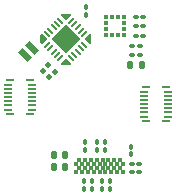
<source format=gbr>
%TF.GenerationSoftware,KiCad,Pcbnew,9.0.7+1*%
%TF.CreationDate,2026-02-20T15:02:05+00:00*%
%TF.ProjectId,ZSWatch-Extension,5a535761-7463-4682-9d45-7874656e7369,1.0.0*%
%TF.SameCoordinates,Original*%
%TF.FileFunction,Soldermask,Top*%
%TF.FilePolarity,Negative*%
%FSLAX46Y46*%
G04 Gerber Fmt 4.6, Leading zero omitted, Abs format (unit mm)*
G04 Created by KiCad (PCBNEW 9.0.7+1) date 2026-02-20 15:02:05*
%MOMM*%
%LPD*%
G01*
G04 APERTURE LIST*
G04 Aperture macros list*
%AMRoundRect*
0 Rectangle with rounded corners*
0 $1 Rounding radius*
0 $2 $3 $4 $5 $6 $7 $8 $9 X,Y pos of 4 corners*
0 Add a 4 corners polygon primitive as box body*
4,1,4,$2,$3,$4,$5,$6,$7,$8,$9,$2,$3,0*
0 Add four circle primitives for the rounded corners*
1,1,$1+$1,$2,$3*
1,1,$1+$1,$4,$5*
1,1,$1+$1,$6,$7*
1,1,$1+$1,$8,$9*
0 Add four rect primitives between the rounded corners*
20,1,$1+$1,$2,$3,$4,$5,0*
20,1,$1+$1,$4,$5,$6,$7,0*
20,1,$1+$1,$6,$7,$8,$9,0*
20,1,$1+$1,$8,$9,$2,$3,0*%
%AMRotRect*
0 Rectangle, with rotation*
0 The origin of the aperture is its center*
0 $1 length*
0 $2 width*
0 $3 Rotation angle, in degrees counterclockwise*
0 Add horizontal line*
21,1,$1,$2,0,0,$3*%
%AMOutline4P*
0 Free polygon, 4 corners , with rotation*
0 The origin of the aperture is its center*
0 number of corners: always 4*
0 $1 to $8 corner X, Y*
0 $9 Rotation angle, in degrees counterclockwise*
0 create outline with 4 corners*
4,1,4,$1,$2,$3,$4,$5,$6,$7,$8,$1,$2,$9*%
G04 Aperture macros list end*
%ADD10R,0.685000X0.180000*%
%ADD11R,0.735000X0.230000*%
%ADD12RoundRect,0.100000X-0.100000X0.130000X-0.100000X-0.130000X0.100000X-0.130000X0.100000X0.130000X0*%
%ADD13RoundRect,0.100000X-0.130000X-0.100000X0.130000X-0.100000X0.130000X0.100000X-0.130000X0.100000X0*%
%ADD14RoundRect,0.100000X0.100000X-0.130000X0.100000X0.130000X-0.100000X0.130000X-0.100000X-0.130000X0*%
%ADD15RoundRect,0.100000X0.130000X0.100000X-0.130000X0.100000X-0.130000X-0.100000X0.130000X-0.100000X0*%
%ADD16RoundRect,0.100000X0.021213X0.162635X-0.162635X-0.021213X-0.021213X-0.162635X0.162635X0.021213X0*%
%ADD17RoundRect,0.147500X0.147500X0.172500X-0.147500X0.172500X-0.147500X-0.172500X0.147500X-0.172500X0*%
%ADD18RotRect,1.140000X0.575000X315.000000*%
%ADD19RoundRect,0.140000X-0.140000X-0.170000X0.140000X-0.170000X0.140000X0.170000X-0.140000X0.170000X0*%
%ADD20RotRect,0.700000X0.200000X315.000000*%
%ADD21Outline4P,-0.360000X-0.180000X0.360000X-0.180000X0.000000X0.180000X0.000000X0.180000X180.000000*%
%ADD22RotRect,0.700000X0.200000X45.000000*%
%ADD23RotRect,0.700000X0.200000X135.000000*%
%ADD24Outline4P,-0.360000X-0.180000X0.360000X-0.180000X0.000000X0.180000X0.000000X0.180000X270.000000*%
%ADD25Outline4P,-0.360000X-0.180000X0.360000X-0.180000X0.000000X0.180000X0.000000X0.180000X0.000000*%
%ADD26Outline4P,-0.360000X-0.180000X0.360000X-0.180000X0.000000X0.180000X0.000000X0.180000X90.000000*%
%ADD27RotRect,1.701800X1.701800X315.000000*%
%ADD28C,0.404000*%
%ADD29R,0.375000X0.350000*%
%ADD30R,0.350000X0.375000*%
G04 APERTURE END LIST*
D10*
%TO.C,X702*%
X209292500Y-149550000D03*
X211307500Y-149550000D03*
X209292500Y-149900000D03*
X211307500Y-149900000D03*
X209292500Y-150250000D03*
X211307500Y-150250000D03*
X209292500Y-150600000D03*
X211307500Y-150600000D03*
X209292500Y-150950000D03*
X211307500Y-150950000D03*
X209292500Y-151300000D03*
X211307500Y-151300000D03*
X209292500Y-151650000D03*
X211307500Y-151650000D03*
D11*
X211167500Y-149175000D03*
X209432500Y-149175000D03*
X211167500Y-152025000D03*
X209432500Y-152025000D03*
%TD*%
D12*
%TO.C,C603*%
X205725000Y-157105000D03*
X205725000Y-157745000D03*
%TD*%
D13*
%TO.C,C505*%
X208572500Y-143200000D03*
X209212500Y-143200000D03*
%TD*%
D14*
%TO.C,C608*%
X208175000Y-154825000D03*
X208175000Y-154185000D03*
%TD*%
D15*
%TO.C,R502*%
X208920000Y-145675000D03*
X208280000Y-145675000D03*
%TD*%
D16*
%TO.C,C504*%
X201726274Y-147873726D03*
X201273726Y-148326274D03*
%TD*%
D13*
%TO.C,C506*%
X208572500Y-143993000D03*
X209212500Y-143993000D03*
%TD*%
D16*
%TO.C,C502*%
X201168109Y-147303465D03*
X200715561Y-147756013D03*
%TD*%
D14*
%TO.C,C503*%
X204400000Y-143040000D03*
X204400000Y-142400000D03*
%TD*%
%TO.C,C602*%
X205975000Y-154445000D03*
X205975000Y-153805000D03*
%TD*%
D17*
%TO.C,FB601*%
X202610001Y-154875000D03*
X201640001Y-154875000D03*
%TD*%
D18*
%TO.C,Y501*%
X199791682Y-145808318D03*
X199208318Y-146391682D03*
%TD*%
D19*
%TO.C,C511*%
X208120000Y-147300000D03*
X209080000Y-147300000D03*
%TD*%
D20*
%TO.C,IC501*%
X202476256Y-143237601D03*
D21*
X202653033Y-143103251D03*
D22*
X202829810Y-143237601D03*
D20*
X202193414Y-143520444D03*
X201910571Y-143803286D03*
X201627728Y-144086129D03*
X201344885Y-144368972D03*
X201062043Y-144651815D03*
D23*
X200779200Y-144934657D03*
D24*
X200644850Y-145111434D03*
D22*
X200779200Y-145288211D03*
X201062043Y-145571053D03*
X201344885Y-145853896D03*
X201627728Y-146136739D03*
X201910571Y-146419582D03*
X202193414Y-146702424D03*
X202476256Y-146985267D03*
D25*
X202653033Y-147119617D03*
D20*
X202829810Y-146985267D03*
X203112652Y-146702424D03*
X203395495Y-146419582D03*
X203678338Y-146136739D03*
X203961181Y-145853896D03*
X204244023Y-145571053D03*
D22*
X204526866Y-144934657D03*
D26*
X204661216Y-145111434D03*
D23*
X204526866Y-145288211D03*
D22*
X204244023Y-144651815D03*
X203961181Y-144368972D03*
X203678338Y-144086129D03*
X203395495Y-143803286D03*
X203112652Y-143520444D03*
D27*
X202653033Y-145111434D03*
%TD*%
D28*
%TO.C,IC601*%
X207525000Y-156345000D03*
X207025000Y-156345000D03*
X206525000Y-156345000D03*
X206025000Y-156345000D03*
X205525000Y-156345000D03*
X205025000Y-156345000D03*
X204525000Y-156345000D03*
X204025000Y-156345000D03*
X203525000Y-156345000D03*
X207275000Y-156005000D03*
X206775000Y-156005000D03*
X206275000Y-156005000D03*
X205775000Y-156005000D03*
X205275000Y-156005000D03*
X204775000Y-156005000D03*
X204275000Y-156005000D03*
X203775000Y-156005000D03*
X207525000Y-155665000D03*
X207025000Y-155665000D03*
X206525000Y-155665000D03*
X206025000Y-155665000D03*
X205525000Y-155665000D03*
X205025000Y-155665000D03*
X204525000Y-155665000D03*
X204025000Y-155665000D03*
X203525000Y-155665000D03*
X207275000Y-155325000D03*
X206775000Y-155325000D03*
X206275000Y-155325000D03*
X205775000Y-155325000D03*
X205275000Y-155325000D03*
X204775000Y-155325000D03*
X204275000Y-155325000D03*
X203775000Y-155325000D03*
%TD*%
D12*
%TO.C,C604*%
X206425000Y-157105000D03*
X206425000Y-157745000D03*
%TD*%
D17*
%TO.C,FB602*%
X202610001Y-155875000D03*
X201640001Y-155875000D03*
%TD*%
D13*
%TO.C,C610*%
X208254999Y-156345000D03*
X208894999Y-156345000D03*
%TD*%
D29*
%TO.C,IC502*%
X206100000Y-143200000D03*
X206100000Y-143700000D03*
X206100000Y-144200000D03*
X206100000Y-144700000D03*
D30*
X206612500Y-144712500D03*
X207112500Y-144712500D03*
D29*
X207625000Y-144700000D03*
X207625000Y-144200000D03*
X207625000Y-143700000D03*
X207625000Y-143200000D03*
D30*
X207112500Y-143187500D03*
X206612500Y-143187500D03*
%TD*%
D13*
%TO.C,C507*%
X208572500Y-144793000D03*
X209212500Y-144793000D03*
%TD*%
D12*
%TO.C,C606*%
X204200000Y-157105000D03*
X204200000Y-157745000D03*
%TD*%
D14*
%TO.C,C601*%
X204300000Y-154445000D03*
X204300000Y-153805000D03*
%TD*%
%TO.C,C605*%
X205275000Y-154445000D03*
X205275000Y-153805000D03*
%TD*%
D10*
%TO.C,X701*%
X199807500Y-151050000D03*
X197792500Y-151050000D03*
X199807500Y-150700000D03*
X197792500Y-150700000D03*
X199807500Y-150350000D03*
X197792500Y-150350000D03*
X199807500Y-150000000D03*
X197792500Y-150000000D03*
X199807500Y-149650000D03*
X197792500Y-149650000D03*
X199807500Y-149300000D03*
X197792500Y-149300000D03*
X199807500Y-148950000D03*
X197792500Y-148950000D03*
D11*
X197932500Y-151425000D03*
X199667500Y-151425000D03*
X197932500Y-148575000D03*
X199667500Y-148575000D03*
%TD*%
D13*
%TO.C,C510*%
X208280000Y-146400000D03*
X208920000Y-146400000D03*
%TD*%
%TO.C,C609*%
X208255000Y-155625000D03*
X208895000Y-155625000D03*
%TD*%
D12*
%TO.C,C607*%
X204900000Y-157105000D03*
X204900000Y-157745000D03*
%TD*%
M02*

</source>
